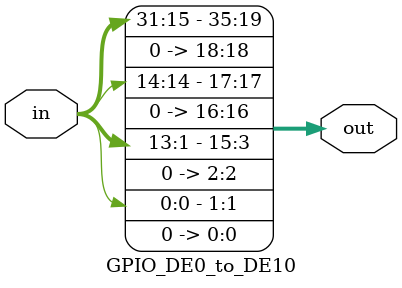
<source format=v>
module GPIO_DE0_to_DE10(in,out);
	input [31:0]in;
	output [35:0]out;
	assign {out[0],out[2]}=2'b00;
	assign {out[3],out[1]}=in[1:0];
	assign out[15:4]=in[13:2];
	assign {out[18],out[16]}=2'b00;
	assign {out[19],out[17]}=in[15:14];
	assign out[35:20]=in[31:16];
endmodule

</source>
